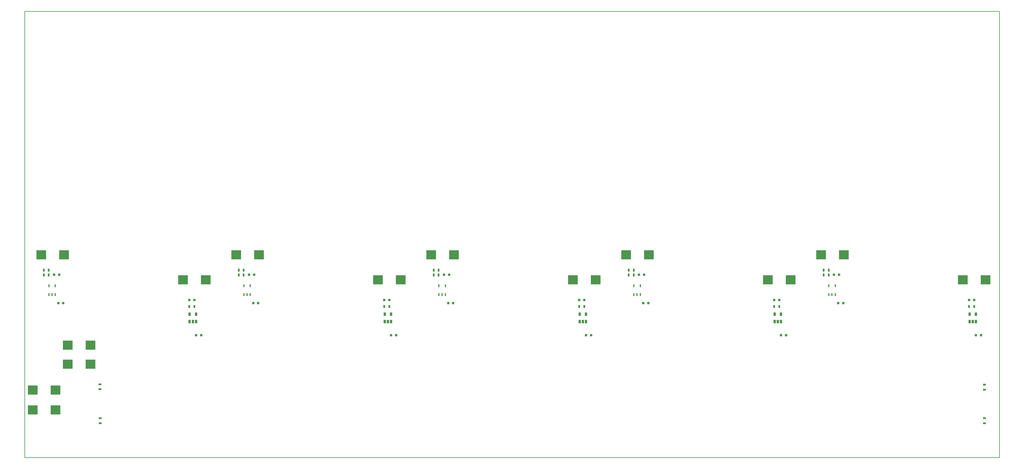
<source format=gbr>
%TF.GenerationSoftware,KiCad,Pcbnew,(5.1.5)-3*%
%TF.CreationDate,2020-04-08T11:38:32+01:00*%
%TF.ProjectId,PLL_v1,504c4c5f-7631-42e6-9b69-6361645f7063,rev?*%
%TF.SameCoordinates,Original*%
%TF.FileFunction,Paste,Bot*%
%TF.FilePolarity,Positive*%
%FSLAX46Y46*%
G04 Gerber Fmt 4.6, Leading zero omitted, Abs format (unit mm)*
G04 Created by KiCad (PCBNEW (5.1.5)-3) date 2020-04-08 11:38:32*
%MOMM*%
%LPD*%
G04 APERTURE LIST*
%ADD10C,0.150000*%
%ADD11R,0.460000X0.949999*%
%ADD12R,2.950000X2.700000*%
%ADD13R,0.800000X0.750000*%
%ADD14R,0.900000X0.500000*%
%ADD15R,0.500000X0.900000*%
%ADD16R,0.650000X1.060000*%
G04 APERTURE END LIST*
D10*
X345000000Y-169500000D02*
X345000000Y-36500000D01*
X55000000Y-169500000D02*
X345000000Y-169500000D01*
X55000000Y-36500000D02*
X55000000Y-169500000D01*
X345000000Y-36500000D02*
X55000000Y-36500000D01*
D11*
X296133797Y-118331245D03*
X294233795Y-118331245D03*
X294233795Y-120881243D03*
X295183796Y-120881243D03*
X296133797Y-120881243D03*
D12*
X74575000Y-136000000D03*
X67825000Y-136000000D03*
X57425000Y-155300000D03*
X64175000Y-155300000D03*
X74575000Y-141700000D03*
X67825000Y-141700000D03*
X57425000Y-149400000D03*
X64175000Y-149400000D03*
D13*
X298500000Y-123500000D03*
X297000000Y-123500000D03*
X339500000Y-133000000D03*
X338000000Y-133000000D03*
X336000000Y-122500000D03*
X337500000Y-122500000D03*
X297250000Y-115000000D03*
X295750000Y-115000000D03*
D12*
X291933796Y-109106244D03*
X298683796Y-109106244D03*
X334125000Y-116500000D03*
X340875000Y-116500000D03*
D14*
X340500000Y-149250000D03*
X340500000Y-147750000D03*
X340500000Y-157750000D03*
X340500000Y-159250000D03*
X77400000Y-149150000D03*
X77400000Y-147650000D03*
X77500000Y-157750000D03*
X77500000Y-159250000D03*
D15*
X336000000Y-124500000D03*
X337500000Y-124500000D03*
D16*
X338000000Y-129000000D03*
X337050000Y-129000000D03*
X336100000Y-129000000D03*
X336100000Y-126800000D03*
X338000000Y-126800000D03*
D15*
X294183796Y-115106244D03*
X292683796Y-115106244D03*
X292683796Y-113606244D03*
X294183796Y-113606244D03*
D13*
X240500000Y-123500000D03*
X239000000Y-123500000D03*
X281500000Y-133000000D03*
X280000000Y-133000000D03*
X278000000Y-122500000D03*
X279500000Y-122500000D03*
X239250000Y-115000000D03*
X237750000Y-115000000D03*
D12*
X233933796Y-109106244D03*
X240683796Y-109106244D03*
X276125000Y-116500000D03*
X282875000Y-116500000D03*
D15*
X278000000Y-124500000D03*
X279500000Y-124500000D03*
X236183796Y-115106244D03*
X234683796Y-115106244D03*
X234683796Y-113606244D03*
X236183796Y-113606244D03*
D11*
X238133797Y-118331245D03*
X236233795Y-118331245D03*
X236233795Y-120881243D03*
X237183796Y-120881243D03*
X238133797Y-120881243D03*
D16*
X280000000Y-129000000D03*
X279050000Y-129000000D03*
X278100000Y-129000000D03*
X278100000Y-126800000D03*
X280000000Y-126800000D03*
D13*
X182500000Y-123500000D03*
X181000000Y-123500000D03*
X223500000Y-133000000D03*
X222000000Y-133000000D03*
X220000000Y-122500000D03*
X221500000Y-122500000D03*
X181250000Y-115000000D03*
X179750000Y-115000000D03*
D12*
X175933796Y-109106244D03*
X182683796Y-109106244D03*
X218125000Y-116500000D03*
X224875000Y-116500000D03*
D13*
X124500000Y-123500000D03*
X123000000Y-123500000D03*
X165500000Y-133000000D03*
X164000000Y-133000000D03*
X162000000Y-122500000D03*
X163500000Y-122500000D03*
X123250000Y-115000000D03*
X121750000Y-115000000D03*
D12*
X117933796Y-109106244D03*
X124683796Y-109106244D03*
X160125000Y-116500000D03*
X166875000Y-116500000D03*
D13*
X66500000Y-123500000D03*
X65000000Y-123500000D03*
X107500000Y-133000000D03*
X106000000Y-133000000D03*
X104000000Y-122500000D03*
X105500000Y-122500000D03*
X65250000Y-115000000D03*
X63750000Y-115000000D03*
D12*
X59933796Y-109106244D03*
X66683796Y-109106244D03*
X102125000Y-116500000D03*
X108875000Y-116500000D03*
D15*
X220000000Y-124500000D03*
X221500000Y-124500000D03*
X178183796Y-115106244D03*
X176683796Y-115106244D03*
X176683796Y-113606244D03*
X178183796Y-113606244D03*
X162000000Y-124500000D03*
X163500000Y-124500000D03*
X120183796Y-115106244D03*
X118683796Y-115106244D03*
X118683796Y-113606244D03*
X120183796Y-113606244D03*
X104000000Y-124500000D03*
X105500000Y-124500000D03*
X62183796Y-115106244D03*
X60683796Y-115106244D03*
X60683796Y-113606244D03*
X62183796Y-113606244D03*
D11*
X180133797Y-118331245D03*
X178233795Y-118331245D03*
X178233795Y-120881243D03*
X179183796Y-120881243D03*
X180133797Y-120881243D03*
D16*
X222000000Y-129000000D03*
X221050000Y-129000000D03*
X220100000Y-129000000D03*
X220100000Y-126800000D03*
X222000000Y-126800000D03*
D11*
X122133797Y-118331245D03*
X120233795Y-118331245D03*
X120233795Y-120881243D03*
X121183796Y-120881243D03*
X122133797Y-120881243D03*
D16*
X164000000Y-129000000D03*
X163050000Y-129000000D03*
X162100000Y-129000000D03*
X162100000Y-126800000D03*
X164000000Y-126800000D03*
D11*
X64133797Y-118331245D03*
X62233795Y-118331245D03*
X62233795Y-120881243D03*
X63183796Y-120881243D03*
X64133797Y-120881243D03*
D16*
X106000000Y-129000000D03*
X105050000Y-129000000D03*
X104100000Y-129000000D03*
X104100000Y-126800000D03*
X106000000Y-126800000D03*
M02*

</source>
